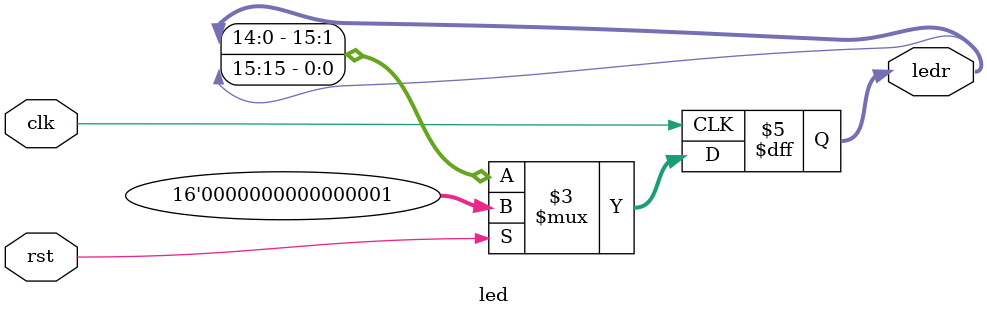
<source format=v>
module led(
    input clk,
    input rst,
    output reg [15:0]   ledr
);

always@(posedge clk)begin
    if(rst)begin
        ledr <= 16'b1;
    end
    else begin
        ledr <= {ledr[14:0],ledr[15]};


    end
end

endmodule
</source>
